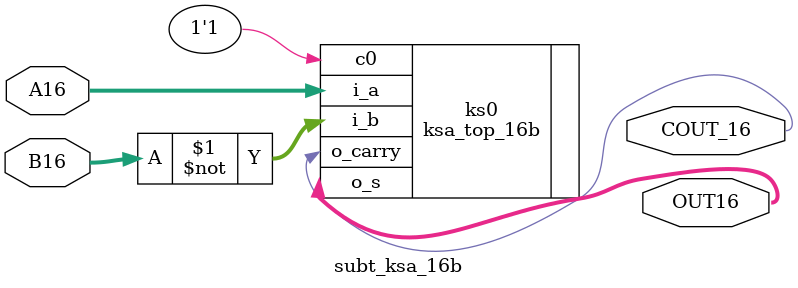
<source format=v>
module subt_ksa_16b(
input [15:0] A16,
input [15:0] B16,
output COUT_16,
output [15:0] OUT16); 

  ksa_top_16b ks0(.c0(1'b1), .i_a(A16), .i_b(~B16), .o_s(OUT16), .o_carry(COUT_16));


endmodule

</source>
